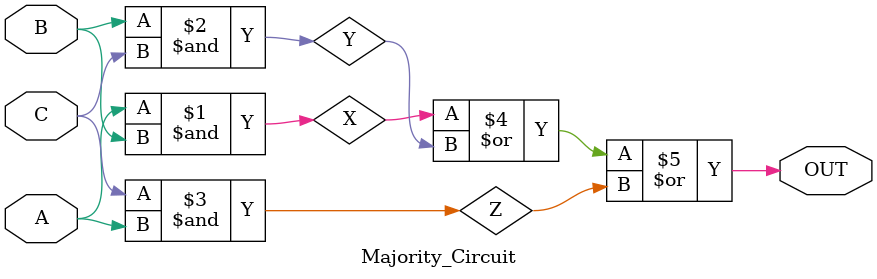
<source format=v>
`timescale 1ns / 1ps

module Majority_Circuit(A,B,C,OUT);
input A,B,C ;
output OUT ;
wire X;
wire Y;
wire Z;

and(X,A,B);
and(Y,B,C);
and(Z,C,A);

or(OUT,X,Y,Z);
endmodule

</source>
